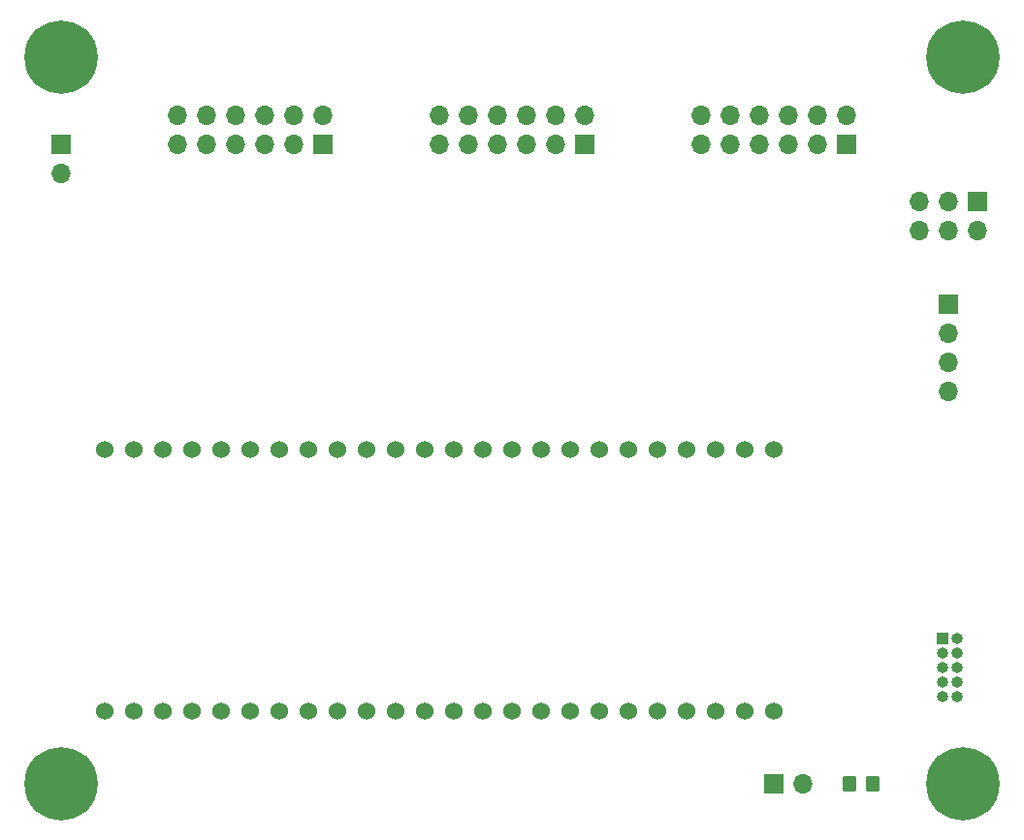
<source format=gbr>
%TF.GenerationSoftware,KiCad,Pcbnew,(6.0.10)*%
%TF.CreationDate,2023-01-05T14:16:51+01:00*%
%TF.ProjectId,pmod_hk-w801_baseboard,706d6f64-5f68-46b2-9d77-3830315f6261,rev?*%
%TF.SameCoordinates,Original*%
%TF.FileFunction,Soldermask,Top*%
%TF.FilePolarity,Negative*%
%FSLAX46Y46*%
G04 Gerber Fmt 4.6, Leading zero omitted, Abs format (unit mm)*
G04 Created by KiCad (PCBNEW (6.0.10)) date 2023-01-05 14:16:51*
%MOMM*%
%LPD*%
G01*
G04 APERTURE LIST*
G04 Aperture macros list*
%AMRoundRect*
0 Rectangle with rounded corners*
0 $1 Rounding radius*
0 $2 $3 $4 $5 $6 $7 $8 $9 X,Y pos of 4 corners*
0 Add a 4 corners polygon primitive as box body*
4,1,4,$2,$3,$4,$5,$6,$7,$8,$9,$2,$3,0*
0 Add four circle primitives for the rounded corners*
1,1,$1+$1,$2,$3*
1,1,$1+$1,$4,$5*
1,1,$1+$1,$6,$7*
1,1,$1+$1,$8,$9*
0 Add four rect primitives between the rounded corners*
20,1,$1+$1,$2,$3,$4,$5,0*
20,1,$1+$1,$4,$5,$6,$7,0*
20,1,$1+$1,$6,$7,$8,$9,0*
20,1,$1+$1,$8,$9,$2,$3,0*%
G04 Aperture macros list end*
%ADD10R,1.700000X1.700000*%
%ADD11O,1.700000X1.700000*%
%ADD12C,0.800000*%
%ADD13C,6.400000*%
%ADD14RoundRect,0.250000X-0.350000X-0.450000X0.350000X-0.450000X0.350000X0.450000X-0.350000X0.450000X0*%
%ADD15R,1.000000X1.000000*%
%ADD16O,1.000000X1.000000*%
%ADD17C,1.524000*%
G04 APERTURE END LIST*
D10*
%TO.C,PMOD2*%
X96520000Y-30480000D03*
D11*
X96520000Y-27940000D03*
X93980000Y-30480000D03*
X93980000Y-27940000D03*
X91440000Y-30480000D03*
X91440000Y-27940000D03*
X88900000Y-30480000D03*
X88900000Y-27940000D03*
X86360000Y-30480000D03*
X86360000Y-27940000D03*
X83820000Y-30480000D03*
X83820000Y-27940000D03*
%TD*%
D10*
%TO.C,PMOD3*%
X119380000Y-30480000D03*
D11*
X119380000Y-27940000D03*
X116840000Y-30480000D03*
X116840000Y-27940000D03*
X114300000Y-30480000D03*
X114300000Y-27940000D03*
X111760000Y-30480000D03*
X111760000Y-27940000D03*
X109220000Y-30480000D03*
X109220000Y-27940000D03*
X106680000Y-30480000D03*
X106680000Y-27940000D03*
%TD*%
D10*
%TO.C,PMOD1*%
X73660000Y-30480000D03*
D11*
X73660000Y-27940000D03*
X71120000Y-30480000D03*
X71120000Y-27940000D03*
X68580000Y-30480000D03*
X68580000Y-27940000D03*
X66040000Y-30480000D03*
X66040000Y-27940000D03*
X63500000Y-30480000D03*
X63500000Y-27940000D03*
X60960000Y-30480000D03*
X60960000Y-27940000D03*
%TD*%
D12*
%TO.C,H3*%
X52497056Y-88057056D03*
X49102944Y-84662944D03*
X50800000Y-83960000D03*
X48400000Y-86360000D03*
X52497056Y-84662944D03*
X49102944Y-88057056D03*
X53200000Y-86360000D03*
D13*
X50800000Y-86360000D03*
D12*
X50800000Y-88760000D03*
%TD*%
%TO.C,H1*%
X50800000Y-20460000D03*
X52497056Y-24557056D03*
X50800000Y-25260000D03*
X53200000Y-22860000D03*
X48400000Y-22860000D03*
X52497056Y-21162944D03*
X49102944Y-24557056D03*
D13*
X50800000Y-22860000D03*
D12*
X49102944Y-21162944D03*
%TD*%
D10*
%TO.C,J2*%
X130795000Y-35555000D03*
D11*
X130795000Y-38095000D03*
X128255000Y-35555000D03*
X128255000Y-38095000D03*
X125715000Y-35555000D03*
X125715000Y-38095000D03*
%TD*%
D14*
%TO.C,R1*%
X119650000Y-86360000D03*
X121650000Y-86360000D03*
%TD*%
D12*
%TO.C,H4*%
X131237056Y-84662944D03*
X127842944Y-88057056D03*
D13*
X129540000Y-86360000D03*
D12*
X127140000Y-86360000D03*
X129540000Y-88760000D03*
X131237056Y-88057056D03*
X127842944Y-84662944D03*
X131940000Y-86360000D03*
X129540000Y-83960000D03*
%TD*%
D10*
%TO.C,J5*%
X128270000Y-44450000D03*
D11*
X128270000Y-46990000D03*
X128270000Y-49530000D03*
X128270000Y-52070000D03*
%TD*%
D10*
%TO.C,J1*%
X113030000Y-86360000D03*
D11*
X115570000Y-86360000D03*
%TD*%
D12*
%TO.C,H2*%
X131237056Y-21162944D03*
X131237056Y-24557056D03*
X127842944Y-21162944D03*
D13*
X129540000Y-22860000D03*
D12*
X129540000Y-25260000D03*
X131940000Y-22860000D03*
X129540000Y-20460000D03*
X127140000Y-22860000D03*
X127842944Y-24557056D03*
%TD*%
D15*
%TO.C,J4*%
X127770000Y-73660000D03*
D16*
X129040000Y-73660000D03*
X127770000Y-74930000D03*
X129040000Y-74930000D03*
X127770000Y-76200000D03*
X129040000Y-76200000D03*
X127770000Y-77470000D03*
X129040000Y-77470000D03*
X127770000Y-78740000D03*
X129040000Y-78740000D03*
%TD*%
D10*
%TO.C,J3*%
X50800000Y-30480000D03*
D11*
X50800000Y-33020000D03*
%TD*%
D17*
%TO.C,U1*%
X54610000Y-80010000D03*
X57150000Y-80010000D03*
X59690000Y-80010000D03*
X62230000Y-80010000D03*
X64770000Y-80010000D03*
X67310000Y-80010000D03*
X69850000Y-80010000D03*
X72390000Y-80010000D03*
X74930000Y-80010000D03*
X77470000Y-80010000D03*
X80010000Y-80010000D03*
X82550000Y-80010000D03*
X85090000Y-80010000D03*
X87630000Y-80010000D03*
X90170000Y-80010000D03*
X92710000Y-80010000D03*
X95250000Y-80010000D03*
X97790000Y-80010000D03*
X100330000Y-80010000D03*
X102870000Y-80010000D03*
X105410000Y-80010000D03*
X107950000Y-80010000D03*
X110490000Y-80010000D03*
X113030000Y-80010000D03*
X113030000Y-57150000D03*
X110490000Y-57150000D03*
X107950000Y-57150000D03*
X105410000Y-57150000D03*
X102870000Y-57150000D03*
X100330000Y-57150000D03*
X97790000Y-57150000D03*
X95250000Y-57150000D03*
X92710000Y-57150000D03*
X90170000Y-57150000D03*
X87630000Y-57150000D03*
X85090000Y-57150000D03*
X82550000Y-57150000D03*
X80010000Y-57150000D03*
X77470000Y-57150000D03*
X74930000Y-57150000D03*
X72390000Y-57150000D03*
X69850000Y-57150000D03*
X67310000Y-57150000D03*
X64770000Y-57150000D03*
X62230000Y-57150000D03*
X59690000Y-57150000D03*
X57150000Y-57150000D03*
X54610000Y-57150000D03*
%TD*%
M02*

</source>
